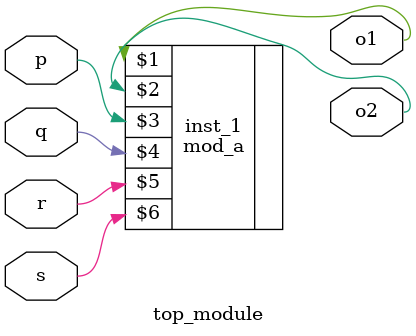
<source format=v>
module top_module ( 
    input p, 
    input q, 
    input r,
    input s,
    output o1,
    output o2
);
    
    mod_a inst_1(o1,o2,p,q,r,s);

endmodule

</source>
